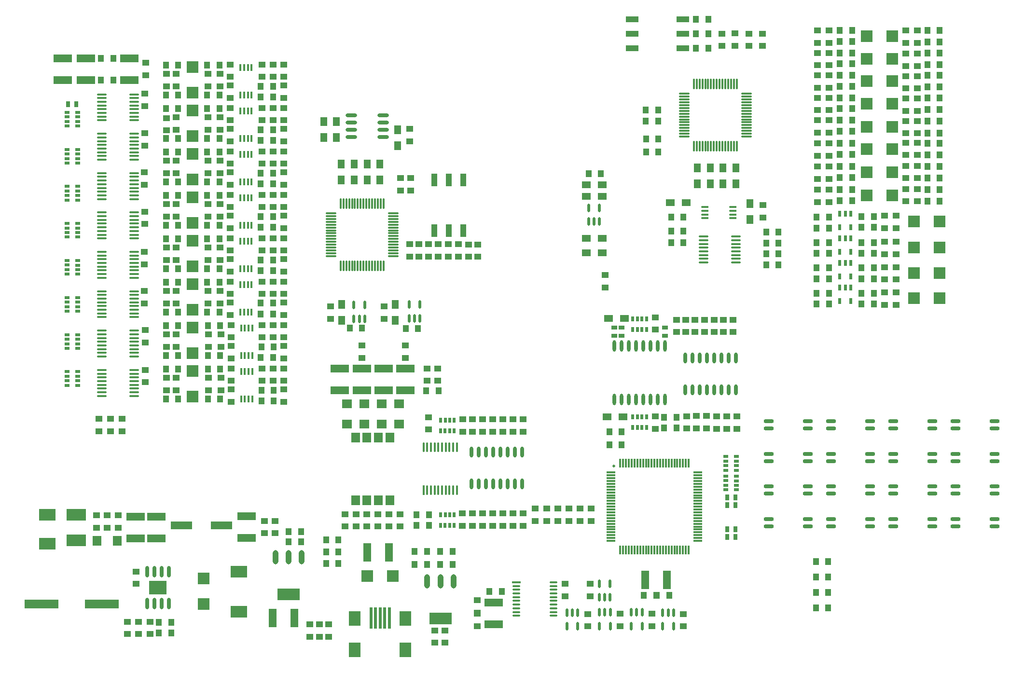
<source format=gtp>
G04 Layer_Color=8421504*
%FSLAX25Y25*%
%MOIN*%
G70*
G01*
G75*
%ADD18R,0.12992X0.05512*%
%ADD19R,0.05512X0.12992*%
%ADD20O,0.07087X0.02756*%
%ADD21R,0.11811X0.07874*%
%ADD22R,0.08661X0.04331*%
%ADD23R,0.04331X0.08661*%
%ADD24R,0.23622X0.06299*%
%ADD25R,0.14961X0.05512*%
%ADD26R,0.03200X0.02000*%
%ADD27R,0.02000X0.03200*%
%ADD28R,0.04000X0.05000*%
%ADD29R,0.06000X0.05000*%
%ADD30R,0.05000X0.04000*%
%ADD31O,0.01968X0.05905*%
%ADD32R,0.02756X0.03937*%
%ADD33R,0.07874X0.07874*%
%ADD34R,0.01968X0.03937*%
%ADD35R,0.03937X0.02756*%
%ADD36O,0.02400X0.07400*%
%ADD37O,0.02362X0.07874*%
%ADD38R,0.05000X0.06000*%
%ADD39O,0.06693X0.01378*%
%ADD40R,0.07874X0.07874*%
%ADD41O,0.05118X0.01575*%
%ADD42O,0.07480X0.01181*%
%ADD43O,0.01181X0.07480*%
%ADD44R,0.07087X0.06299*%
%ADD45R,0.11811X0.07874*%
%ADD46R,0.13780X0.07874*%
%ADD47R,0.06299X0.07087*%
%ADD48O,0.08000X0.02400*%
%ADD49O,0.02400X0.08000*%
%ADD50R,0.12205X0.09449*%
%ADD51R,0.01181X0.06800*%
%ADD52O,0.01181X0.06800*%
%ADD53O,0.03937X0.09842*%
%ADD54R,0.15748X0.07874*%
%ADD55R,0.05905X0.01181*%
%ADD56O,0.05905X0.01181*%
%ADD57C,0.02000*%
%ADD58R,0.01181X0.06299*%
%ADD59R,0.06299X0.01181*%
%ADD60R,0.07874X0.09842*%
%ADD61R,0.01968X0.15000*%
%ADD62O,0.01575X0.05118*%
%ADD63R,0.05905X0.06693*%
D18*
X200600Y498117D02*
D03*
Y483157D02*
D03*
X154600D02*
D03*
Y498117D02*
D03*
X170600D02*
D03*
Y483157D02*
D03*
X391500Y283799D02*
D03*
Y268839D02*
D03*
X361500Y283799D02*
D03*
Y268839D02*
D03*
X205000Y166520D02*
D03*
Y181480D02*
D03*
X281900Y181980D02*
D03*
Y167020D02*
D03*
X219500Y181480D02*
D03*
Y166520D02*
D03*
X376500Y268839D02*
D03*
Y283799D02*
D03*
X346000Y268839D02*
D03*
Y283799D02*
D03*
X452500Y122080D02*
D03*
Y107120D02*
D03*
D19*
X314780Y111500D02*
D03*
X299820D02*
D03*
X365220Y156750D02*
D03*
X380180D02*
D03*
X571980Y137900D02*
D03*
X557020D02*
D03*
D20*
X771350Y202450D02*
D03*
Y197450D02*
D03*
X798500Y202450D02*
D03*
Y197450D02*
D03*
X642350Y180050D02*
D03*
Y175050D02*
D03*
X669500Y180050D02*
D03*
Y175050D02*
D03*
X685350Y202450D02*
D03*
Y197450D02*
D03*
X712500Y202450D02*
D03*
Y197450D02*
D03*
Y219950D02*
D03*
Y224950D02*
D03*
X685350Y219950D02*
D03*
Y224950D02*
D03*
Y247450D02*
D03*
Y242450D02*
D03*
X712500Y247450D02*
D03*
Y242450D02*
D03*
X685350Y180050D02*
D03*
Y175050D02*
D03*
X712500Y180050D02*
D03*
Y175050D02*
D03*
X642350Y224950D02*
D03*
Y219950D02*
D03*
X669500Y224950D02*
D03*
Y219950D02*
D03*
Y242450D02*
D03*
Y247450D02*
D03*
X642350Y242450D02*
D03*
Y247450D02*
D03*
Y202450D02*
D03*
Y197450D02*
D03*
X669500Y202450D02*
D03*
Y197450D02*
D03*
X798500Y219950D02*
D03*
Y224950D02*
D03*
X771350Y219950D02*
D03*
Y224950D02*
D03*
X728350Y247450D02*
D03*
Y242450D02*
D03*
X755500Y247450D02*
D03*
Y242450D02*
D03*
X771350Y180050D02*
D03*
Y175050D02*
D03*
X798500Y180050D02*
D03*
Y175050D02*
D03*
X728350Y224950D02*
D03*
Y219950D02*
D03*
X755500Y224950D02*
D03*
Y219950D02*
D03*
X798500Y242450D02*
D03*
Y247450D02*
D03*
X771350Y242450D02*
D03*
Y247450D02*
D03*
X755500Y175050D02*
D03*
Y180050D02*
D03*
X728350Y175050D02*
D03*
Y180050D02*
D03*
X755500Y197450D02*
D03*
Y202450D02*
D03*
X728350Y197450D02*
D03*
Y202450D02*
D03*
D21*
X276400Y116000D02*
D03*
Y143559D02*
D03*
D22*
X583100Y525200D02*
D03*
Y515200D02*
D03*
Y505200D02*
D03*
X548100Y525200D02*
D03*
Y515200D02*
D03*
Y505200D02*
D03*
D23*
X411300Y414237D02*
D03*
X421300D02*
D03*
X431300D02*
D03*
X411300Y379237D02*
D03*
X421300D02*
D03*
X431300D02*
D03*
D24*
X140084Y121200D02*
D03*
X181916D02*
D03*
D25*
X236620Y175500D02*
D03*
X264380D02*
D03*
D26*
X612923Y200115D02*
D03*
X620223D02*
D03*
X612923Y203215D02*
D03*
X620223D02*
D03*
X612923Y206415D02*
D03*
X620223Y206315D02*
D03*
X612923Y209515D02*
D03*
X620223D02*
D03*
Y223115D02*
D03*
X612923D02*
D03*
X620223Y219915D02*
D03*
X612923Y220015D02*
D03*
X620223Y216815D02*
D03*
X612923D02*
D03*
X620223Y213715D02*
D03*
X612923D02*
D03*
X157923Y272352D02*
D03*
X165223D02*
D03*
X157923Y275452D02*
D03*
X165223D02*
D03*
X157923Y278652D02*
D03*
X165223Y278552D02*
D03*
X157923Y281752D02*
D03*
X165223D02*
D03*
Y307352D02*
D03*
X157923D02*
D03*
X165223Y304152D02*
D03*
X157923Y304252D02*
D03*
X165223Y301052D02*
D03*
X157923D02*
D03*
X165223Y297952D02*
D03*
X157923D02*
D03*
Y323552D02*
D03*
X165223D02*
D03*
X157923Y326652D02*
D03*
X165223D02*
D03*
X157923Y329852D02*
D03*
X165223Y329752D02*
D03*
X157923Y332952D02*
D03*
X165223D02*
D03*
Y358552D02*
D03*
X157923D02*
D03*
X165223Y355352D02*
D03*
X157923Y355452D02*
D03*
X165223Y352252D02*
D03*
X157923D02*
D03*
X165223Y349152D02*
D03*
X157923D02*
D03*
Y374752D02*
D03*
X165223D02*
D03*
X157923Y377852D02*
D03*
X165223D02*
D03*
X157923Y381052D02*
D03*
X165223Y380952D02*
D03*
X157923Y384152D02*
D03*
X165223D02*
D03*
Y409752D02*
D03*
X157923D02*
D03*
X165223Y406552D02*
D03*
X157923Y406652D02*
D03*
X165223Y403452D02*
D03*
X157923D02*
D03*
X165223Y400352D02*
D03*
X157923D02*
D03*
Y425952D02*
D03*
X165223D02*
D03*
X157923Y429052D02*
D03*
X165223D02*
D03*
X157923Y432252D02*
D03*
X165223Y432152D02*
D03*
X157923Y435352D02*
D03*
X165223D02*
D03*
Y460952D02*
D03*
X157923D02*
D03*
X165223Y457752D02*
D03*
X157923Y457852D02*
D03*
X165223Y454652D02*
D03*
X157923D02*
D03*
X165223Y451552D02*
D03*
X157923D02*
D03*
D27*
X557985Y243223D02*
D03*
Y250523D02*
D03*
X554885Y243223D02*
D03*
Y250523D02*
D03*
X551685Y243223D02*
D03*
X551785Y250523D02*
D03*
X548585Y243223D02*
D03*
Y250523D02*
D03*
X415785Y182923D02*
D03*
Y175623D02*
D03*
X418985Y182923D02*
D03*
X418885Y175623D02*
D03*
X422085Y182923D02*
D03*
Y175623D02*
D03*
X425185Y182923D02*
D03*
Y175623D02*
D03*
X557985Y311023D02*
D03*
Y318323D02*
D03*
X554885Y311023D02*
D03*
Y318323D02*
D03*
X551685Y311023D02*
D03*
X551785Y318323D02*
D03*
X548585Y311023D02*
D03*
Y318323D02*
D03*
X415785Y248123D02*
D03*
Y240823D02*
D03*
X418985Y248123D02*
D03*
X418885Y240823D02*
D03*
X422085Y248123D02*
D03*
Y240823D02*
D03*
X425185Y248123D02*
D03*
Y240823D02*
D03*
D28*
X575008Y370866D02*
D03*
X583508D02*
D03*
X583500Y379000D02*
D03*
X575000D02*
D03*
Y388583D02*
D03*
X583500D02*
D03*
X706500Y353500D02*
D03*
X715000D02*
D03*
X706500Y371000D02*
D03*
X715000D02*
D03*
X706500Y346000D02*
D03*
X715000D02*
D03*
X706500Y381500D02*
D03*
X715000D02*
D03*
X706500Y363500D02*
D03*
X715000D02*
D03*
X706500Y389000D02*
D03*
X715000D02*
D03*
Y328500D02*
D03*
X706500D02*
D03*
X715000Y336000D02*
D03*
X706500D02*
D03*
X752000Y509500D02*
D03*
X760500D02*
D03*
X752000Y407500D02*
D03*
X760500D02*
D03*
X752000Y399500D02*
D03*
X760500D02*
D03*
X752000Y423500D02*
D03*
X760500D02*
D03*
X752000Y415500D02*
D03*
X760500D02*
D03*
X752000Y439500D02*
D03*
X760500D02*
D03*
X752000Y431500D02*
D03*
X760500D02*
D03*
X752000Y455000D02*
D03*
X760500D02*
D03*
X752000Y446500D02*
D03*
X760500D02*
D03*
X752000Y471000D02*
D03*
X760500D02*
D03*
X752000Y463000D02*
D03*
X760500D02*
D03*
X752000Y486500D02*
D03*
X760500D02*
D03*
X752000Y478500D02*
D03*
X760500D02*
D03*
X752000Y502000D02*
D03*
X760500D02*
D03*
X752000Y494000D02*
D03*
X760500D02*
D03*
X700000Y407500D02*
D03*
X691500D02*
D03*
X700000Y400000D02*
D03*
X691500D02*
D03*
X700000Y423500D02*
D03*
X691500D02*
D03*
X700000Y416000D02*
D03*
X691500D02*
D03*
X700000Y439500D02*
D03*
X691500D02*
D03*
X700000Y432000D02*
D03*
X691500D02*
D03*
X700000Y455500D02*
D03*
X691500D02*
D03*
X700000Y448000D02*
D03*
X691500D02*
D03*
X700000Y471000D02*
D03*
X691500D02*
D03*
X700000Y463500D02*
D03*
X691500D02*
D03*
X700000Y502000D02*
D03*
X691500D02*
D03*
X700000Y510000D02*
D03*
X691500D02*
D03*
X700000Y517500D02*
D03*
X691500D02*
D03*
Y494500D02*
D03*
X700000D02*
D03*
X691500Y479000D02*
D03*
X700000D02*
D03*
X691500Y486500D02*
D03*
X700000D02*
D03*
X684000Y328500D02*
D03*
X675500D02*
D03*
X684000Y336000D02*
D03*
X675500D02*
D03*
X684000Y346000D02*
D03*
X675500D02*
D03*
X684000Y353500D02*
D03*
X675500D02*
D03*
X684000Y363500D02*
D03*
X675500D02*
D03*
X684000Y371000D02*
D03*
X675500D02*
D03*
X684000Y381000D02*
D03*
X675500D02*
D03*
X684000Y388500D02*
D03*
X675500D02*
D03*
X752000Y517500D02*
D03*
X760500D02*
D03*
X640743Y355724D02*
D03*
X649243D02*
D03*
X640743Y363224D02*
D03*
X649243D02*
D03*
X640743Y370724D02*
D03*
X649243D02*
D03*
X640743Y378224D02*
D03*
X649243D02*
D03*
X557600Y433581D02*
D03*
X566100D02*
D03*
X557600Y442540D02*
D03*
X566100D02*
D03*
X557500Y455000D02*
D03*
X566000D02*
D03*
X557500Y462650D02*
D03*
X566000D02*
D03*
X291500Y479037D02*
D03*
X300000D02*
D03*
X291500Y471437D02*
D03*
X300000D02*
D03*
X263000Y472937D02*
D03*
X254500D02*
D03*
X263000Y493437D02*
D03*
X254500D02*
D03*
X234500Y472937D02*
D03*
X226000D02*
D03*
X234500Y493437D02*
D03*
X226000D02*
D03*
X540800Y231301D02*
D03*
X532300D02*
D03*
X540800Y240400D02*
D03*
X532300D02*
D03*
X600600Y525200D02*
D03*
X592100D02*
D03*
X600600Y515200D02*
D03*
X592100D02*
D03*
X600600Y505200D02*
D03*
X592100D02*
D03*
X407700Y182800D02*
D03*
X399200D02*
D03*
X221177Y108600D02*
D03*
X229677D02*
D03*
X221177Y101100D02*
D03*
X229677D02*
D03*
X319400Y164100D02*
D03*
X310900D02*
D03*
X319400Y171100D02*
D03*
X310900D02*
D03*
X405800Y268500D02*
D03*
X414300D02*
D03*
X400224Y311518D02*
D03*
X391724D02*
D03*
X361437Y311900D02*
D03*
X352937D02*
D03*
X406400Y148600D02*
D03*
X397901D02*
D03*
X406400Y157500D02*
D03*
X397901D02*
D03*
X415500Y148600D02*
D03*
X424001D02*
D03*
X415500Y157500D02*
D03*
X424001D02*
D03*
X570200Y250400D02*
D03*
X578700D02*
D03*
X573600Y127200D02*
D03*
X565100D02*
D03*
X556200D02*
D03*
X564700D02*
D03*
X449500Y129800D02*
D03*
X458000D02*
D03*
X570200Y242800D02*
D03*
X578700D02*
D03*
X336700Y149200D02*
D03*
X345200D02*
D03*
X336700Y157350D02*
D03*
X345200D02*
D03*
X336700Y165500D02*
D03*
X345200D02*
D03*
X399200Y175600D02*
D03*
X407700D02*
D03*
X683500Y129167D02*
D03*
X675000D02*
D03*
X683500Y139833D02*
D03*
X675000D02*
D03*
X683500Y118500D02*
D03*
X675000D02*
D03*
X683500Y150500D02*
D03*
X675000D02*
D03*
X234500Y442937D02*
D03*
X226000D02*
D03*
X234500Y412937D02*
D03*
X226000D02*
D03*
X234500Y382937D02*
D03*
X226000D02*
D03*
X234500Y352937D02*
D03*
X226000D02*
D03*
X234500Y322937D02*
D03*
X226000D02*
D03*
X234500Y292937D02*
D03*
X226000D02*
D03*
X234500Y463437D02*
D03*
X226000D02*
D03*
X234500Y433437D02*
D03*
X226000D02*
D03*
X234500Y403437D02*
D03*
X226000D02*
D03*
X234500Y373437D02*
D03*
X226000D02*
D03*
X234500Y343437D02*
D03*
X226000D02*
D03*
X234500Y313437D02*
D03*
X226000D02*
D03*
X234500Y262937D02*
D03*
X226000D02*
D03*
X234500Y283437D02*
D03*
X226000D02*
D03*
X263000Y442937D02*
D03*
X254500D02*
D03*
X263000Y412937D02*
D03*
X254500D02*
D03*
X263000Y382937D02*
D03*
X254500D02*
D03*
X263000Y352937D02*
D03*
X254500D02*
D03*
X263000Y322937D02*
D03*
X254500D02*
D03*
X263000Y463437D02*
D03*
X254500D02*
D03*
X263000Y433437D02*
D03*
X254500D02*
D03*
X263000Y403437D02*
D03*
X254500D02*
D03*
X263000Y373437D02*
D03*
X254500D02*
D03*
X263000Y343437D02*
D03*
X254500D02*
D03*
X263500Y283437D02*
D03*
X255000D02*
D03*
X263500Y262937D02*
D03*
X255000D02*
D03*
X263500Y313437D02*
D03*
X255000D02*
D03*
X263500Y292937D02*
D03*
X255000D02*
D03*
X291500Y291437D02*
D03*
X300000D02*
D03*
X291500Y321437D02*
D03*
X300000D02*
D03*
X291500Y351437D02*
D03*
X300000D02*
D03*
X291500Y381437D02*
D03*
X300000D02*
D03*
X291500Y411437D02*
D03*
X300000D02*
D03*
X291500Y441437D02*
D03*
X300000D02*
D03*
X291500Y449037D02*
D03*
X300000D02*
D03*
X291500Y419037D02*
D03*
X300000D02*
D03*
X291500Y389037D02*
D03*
X300000D02*
D03*
X291500Y359037D02*
D03*
X300000D02*
D03*
X291500Y329137D02*
D03*
X300000D02*
D03*
X292000Y269037D02*
D03*
X300500D02*
D03*
X292000Y299037D02*
D03*
X300500D02*
D03*
X292000Y261437D02*
D03*
X300500D02*
D03*
X181100Y498137D02*
D03*
X189600D02*
D03*
X181100Y483137D02*
D03*
X189600D02*
D03*
X526500Y418500D02*
D03*
X518000D02*
D03*
D29*
X585465Y398425D02*
D03*
X574465D02*
D03*
X542800Y318500D02*
D03*
X531800D02*
D03*
X527500Y364000D02*
D03*
X516500D02*
D03*
X541700Y250500D02*
D03*
X530700D02*
D03*
X527500Y374000D02*
D03*
X516500D02*
D03*
X527500Y411000D02*
D03*
X516500D02*
D03*
Y403000D02*
D03*
X527500D02*
D03*
D30*
X620562Y242400D02*
D03*
Y250900D02*
D03*
X613562Y242400D02*
D03*
Y250900D02*
D03*
X606562Y242400D02*
D03*
Y250900D02*
D03*
X599562Y242600D02*
D03*
Y251100D02*
D03*
X592520Y242600D02*
D03*
Y251100D02*
D03*
X585600Y242500D02*
D03*
Y251000D02*
D03*
X519900Y178600D02*
D03*
Y187100D02*
D03*
X512160Y178600D02*
D03*
Y187100D02*
D03*
X504420Y178600D02*
D03*
Y187100D02*
D03*
X496680Y178600D02*
D03*
Y187100D02*
D03*
X488940Y178600D02*
D03*
Y187100D02*
D03*
X481200Y178600D02*
D03*
Y187100D02*
D03*
X472900Y183900D02*
D03*
Y175400D02*
D03*
X458900Y183900D02*
D03*
Y175400D02*
D03*
X451900Y183900D02*
D03*
Y175400D02*
D03*
X444900Y183900D02*
D03*
Y175400D02*
D03*
X437900Y183900D02*
D03*
Y175400D02*
D03*
X519200Y135100D02*
D03*
Y126600D02*
D03*
X583385Y105786D02*
D03*
Y114286D02*
D03*
X561733Y105985D02*
D03*
Y114486D02*
D03*
X539866Y105985D02*
D03*
Y114486D02*
D03*
X517300Y105886D02*
D03*
Y114385D02*
D03*
X745000Y517500D02*
D03*
Y509000D02*
D03*
Y486000D02*
D03*
Y477500D02*
D03*
Y501500D02*
D03*
Y493000D02*
D03*
X722500Y336500D02*
D03*
Y328000D02*
D03*
Y354000D02*
D03*
Y345500D02*
D03*
Y371500D02*
D03*
Y363000D02*
D03*
Y389500D02*
D03*
Y381000D02*
D03*
X730500Y336500D02*
D03*
Y328000D02*
D03*
Y354000D02*
D03*
Y345500D02*
D03*
Y371500D02*
D03*
Y363000D02*
D03*
Y389500D02*
D03*
Y381000D02*
D03*
X676000Y517500D02*
D03*
Y509000D02*
D03*
Y462500D02*
D03*
Y471000D02*
D03*
X684000Y399000D02*
D03*
Y407500D02*
D03*
Y447000D02*
D03*
Y455500D02*
D03*
Y462500D02*
D03*
Y471000D02*
D03*
Y493500D02*
D03*
Y502000D02*
D03*
Y423500D02*
D03*
Y415000D02*
D03*
Y439500D02*
D03*
Y431000D02*
D03*
Y486500D02*
D03*
Y478000D02*
D03*
X745000Y399500D02*
D03*
Y408000D02*
D03*
Y415500D02*
D03*
Y424000D02*
D03*
Y431500D02*
D03*
Y440000D02*
D03*
Y446500D02*
D03*
Y455000D02*
D03*
Y462000D02*
D03*
Y470500D02*
D03*
X737000Y509000D02*
D03*
Y517500D02*
D03*
Y399500D02*
D03*
Y408000D02*
D03*
Y415500D02*
D03*
Y424000D02*
D03*
Y431500D02*
D03*
Y440000D02*
D03*
Y446500D02*
D03*
Y455000D02*
D03*
Y462000D02*
D03*
Y470500D02*
D03*
Y477500D02*
D03*
Y486000D02*
D03*
X676000Y423500D02*
D03*
Y415000D02*
D03*
Y439500D02*
D03*
Y431000D02*
D03*
Y455500D02*
D03*
Y447000D02*
D03*
Y399000D02*
D03*
Y407500D02*
D03*
Y478000D02*
D03*
Y486500D02*
D03*
Y493500D02*
D03*
Y502000D02*
D03*
X737000Y493000D02*
D03*
Y501500D02*
D03*
X617600Y309200D02*
D03*
Y317700D02*
D03*
X611100Y309200D02*
D03*
Y317700D02*
D03*
X604600Y309200D02*
D03*
Y317700D02*
D03*
X598100Y309200D02*
D03*
Y317700D02*
D03*
X591500Y309200D02*
D03*
Y317700D02*
D03*
X585062Y309200D02*
D03*
Y317700D02*
D03*
X578600Y309200D02*
D03*
Y317700D02*
D03*
X529280Y348507D02*
D03*
Y340007D02*
D03*
X638583Y388351D02*
D03*
Y396851D02*
D03*
X300000Y485437D02*
D03*
Y493937D02*
D03*
X270500Y470937D02*
D03*
Y479437D02*
D03*
X307500D02*
D03*
Y470937D02*
D03*
X292500Y493937D02*
D03*
Y485437D02*
D03*
X307500D02*
D03*
Y493937D02*
D03*
X270500Y485437D02*
D03*
Y493937D02*
D03*
X255000Y487437D02*
D03*
Y478937D02*
D03*
X263500Y487437D02*
D03*
Y478937D02*
D03*
X233000Y487437D02*
D03*
Y478937D02*
D03*
X226500Y487437D02*
D03*
Y478937D02*
D03*
X361500Y299757D02*
D03*
Y291257D02*
D03*
X465900Y183900D02*
D03*
Y175400D02*
D03*
X394576Y440917D02*
D03*
Y449417D02*
D03*
X349760Y183352D02*
D03*
Y174852D02*
D03*
X364920D02*
D03*
Y183352D02*
D03*
X387660D02*
D03*
Y174852D02*
D03*
X178000Y174000D02*
D03*
Y182500D02*
D03*
X193000D02*
D03*
Y174000D02*
D03*
X185500Y182500D02*
D03*
Y174000D02*
D03*
X294200Y178600D02*
D03*
Y170100D02*
D03*
X301300Y178600D02*
D03*
Y170100D02*
D03*
X684000Y517500D02*
D03*
Y509000D02*
D03*
X380080Y183352D02*
D03*
Y174852D02*
D03*
X406300Y275500D02*
D03*
Y284000D02*
D03*
X431000Y248800D02*
D03*
Y240300D02*
D03*
X357340Y183352D02*
D03*
Y174852D02*
D03*
X199592Y100500D02*
D03*
Y109000D02*
D03*
X205500Y143700D02*
D03*
Y135200D02*
D03*
X206988Y108992D02*
D03*
Y100492D02*
D03*
X215059Y108992D02*
D03*
Y100492D02*
D03*
X338500Y98700D02*
D03*
Y107200D02*
D03*
X325500Y98700D02*
D03*
Y107200D02*
D03*
X332000Y98700D02*
D03*
Y107200D02*
D03*
X372500Y183352D02*
D03*
Y174852D02*
D03*
X376650Y326899D02*
D03*
Y318399D02*
D03*
X407300Y241800D02*
D03*
Y250300D02*
D03*
X339612Y326798D02*
D03*
Y318298D02*
D03*
X400920Y369737D02*
D03*
Y361237D02*
D03*
X407439Y369737D02*
D03*
Y361237D02*
D03*
X411800Y103000D02*
D03*
Y94500D02*
D03*
X418800D02*
D03*
Y103000D02*
D03*
X501900Y126600D02*
D03*
Y135100D02*
D03*
X441100Y115300D02*
D03*
Y123800D02*
D03*
Y114500D02*
D03*
Y106000D02*
D03*
X564100Y250900D02*
D03*
Y242400D02*
D03*
X430700Y175400D02*
D03*
Y183900D02*
D03*
X564000Y319300D02*
D03*
Y310800D02*
D03*
X212100Y495137D02*
D03*
Y486637D02*
D03*
X211313Y473737D02*
D03*
Y465237D02*
D03*
Y446537D02*
D03*
Y438037D02*
D03*
X211213Y419437D02*
D03*
Y410937D02*
D03*
X211313Y392337D02*
D03*
Y383837D02*
D03*
X211213Y364437D02*
D03*
Y355937D02*
D03*
Y337437D02*
D03*
Y328937D02*
D03*
X211713Y310437D02*
D03*
Y301937D02*
D03*
Y282937D02*
D03*
Y274437D02*
D03*
X226500Y456937D02*
D03*
Y448437D02*
D03*
Y427437D02*
D03*
Y418937D02*
D03*
Y397437D02*
D03*
Y388937D02*
D03*
Y367437D02*
D03*
Y358937D02*
D03*
Y337437D02*
D03*
Y328937D02*
D03*
Y307437D02*
D03*
Y298937D02*
D03*
Y277437D02*
D03*
Y268937D02*
D03*
X233000Y337437D02*
D03*
Y328937D02*
D03*
Y367437D02*
D03*
Y358937D02*
D03*
Y397437D02*
D03*
Y388937D02*
D03*
Y427437D02*
D03*
Y418937D02*
D03*
Y457437D02*
D03*
Y448937D02*
D03*
Y277437D02*
D03*
Y268937D02*
D03*
Y307437D02*
D03*
Y298937D02*
D03*
X255000Y457437D02*
D03*
Y448937D02*
D03*
Y427437D02*
D03*
Y418937D02*
D03*
Y397437D02*
D03*
Y388937D02*
D03*
Y367437D02*
D03*
Y358937D02*
D03*
Y337437D02*
D03*
Y328937D02*
D03*
X255500Y277437D02*
D03*
Y268937D02*
D03*
Y307437D02*
D03*
Y298937D02*
D03*
X263500Y337437D02*
D03*
Y328937D02*
D03*
Y367437D02*
D03*
Y358937D02*
D03*
Y397437D02*
D03*
Y388937D02*
D03*
Y427437D02*
D03*
Y418937D02*
D03*
Y457437D02*
D03*
Y448937D02*
D03*
X270500Y440937D02*
D03*
Y449437D02*
D03*
Y410937D02*
D03*
Y419437D02*
D03*
Y380937D02*
D03*
Y389437D02*
D03*
Y350937D02*
D03*
Y359437D02*
D03*
Y320937D02*
D03*
Y329437D02*
D03*
Y455437D02*
D03*
Y463937D02*
D03*
Y425437D02*
D03*
Y433937D02*
D03*
Y395437D02*
D03*
Y403937D02*
D03*
Y365437D02*
D03*
Y373937D02*
D03*
Y335437D02*
D03*
Y343937D02*
D03*
X307500Y455437D02*
D03*
Y463937D02*
D03*
Y425437D02*
D03*
Y433937D02*
D03*
Y395437D02*
D03*
Y403937D02*
D03*
Y365437D02*
D03*
Y373937D02*
D03*
Y335437D02*
D03*
Y343937D02*
D03*
Y305437D02*
D03*
Y313937D02*
D03*
Y449437D02*
D03*
Y440937D02*
D03*
Y419437D02*
D03*
Y410937D02*
D03*
Y389437D02*
D03*
Y380937D02*
D03*
Y359437D02*
D03*
Y350937D02*
D03*
Y329437D02*
D03*
Y320937D02*
D03*
Y299437D02*
D03*
Y290937D02*
D03*
Y275437D02*
D03*
Y283937D02*
D03*
Y269437D02*
D03*
Y260937D02*
D03*
X300000Y455437D02*
D03*
Y463937D02*
D03*
Y425437D02*
D03*
Y433937D02*
D03*
Y395437D02*
D03*
Y403937D02*
D03*
Y365437D02*
D03*
Y373937D02*
D03*
Y335437D02*
D03*
Y343937D02*
D03*
Y305437D02*
D03*
Y313937D02*
D03*
Y275437D02*
D03*
Y283937D02*
D03*
X292500Y463937D02*
D03*
Y455437D02*
D03*
Y433937D02*
D03*
Y425437D02*
D03*
Y403937D02*
D03*
Y395437D02*
D03*
Y373937D02*
D03*
Y365437D02*
D03*
Y343937D02*
D03*
Y335437D02*
D03*
Y313937D02*
D03*
Y305437D02*
D03*
Y283937D02*
D03*
Y275437D02*
D03*
X271000D02*
D03*
Y283937D02*
D03*
Y260937D02*
D03*
Y269437D02*
D03*
Y305437D02*
D03*
Y313937D02*
D03*
Y290937D02*
D03*
Y299437D02*
D03*
X264000Y277437D02*
D03*
Y268937D02*
D03*
Y307437D02*
D03*
Y298937D02*
D03*
X388200Y415437D02*
D03*
Y406937D02*
D03*
X395200Y415437D02*
D03*
Y406937D02*
D03*
X414200Y369763D02*
D03*
Y361263D02*
D03*
X421200Y369763D02*
D03*
Y361263D02*
D03*
X428200Y369763D02*
D03*
Y361263D02*
D03*
X435000Y361174D02*
D03*
Y369674D02*
D03*
X441500Y361174D02*
D03*
Y369674D02*
D03*
X394400Y361237D02*
D03*
Y369737D02*
D03*
X391500Y299757D02*
D03*
Y291257D02*
D03*
X413800Y275500D02*
D03*
Y284000D02*
D03*
X437900Y248800D02*
D03*
Y240300D02*
D03*
X444900Y248800D02*
D03*
Y240300D02*
D03*
X451900Y248800D02*
D03*
Y240300D02*
D03*
X458900Y248800D02*
D03*
Y240300D02*
D03*
X472900Y248800D02*
D03*
Y240300D02*
D03*
X465900Y248800D02*
D03*
Y240300D02*
D03*
X179900Y240600D02*
D03*
Y249100D02*
D03*
X187900D02*
D03*
Y240600D02*
D03*
X195900D02*
D03*
Y249100D02*
D03*
X628667Y506900D02*
D03*
Y515400D02*
D03*
X638000Y506900D02*
D03*
Y515400D02*
D03*
X610000Y506900D02*
D03*
Y515400D02*
D03*
X619000Y515500D02*
D03*
Y507000D02*
D03*
D31*
X525400Y125832D02*
D03*
X532881D02*
D03*
X525400Y135281D02*
D03*
X532881D02*
D03*
X529141Y125832D02*
D03*
X576726Y115213D02*
D03*
X569246D02*
D03*
X576726Y105764D02*
D03*
X569246D02*
D03*
X572986Y115213D02*
D03*
X554941Y115413D02*
D03*
X547460D02*
D03*
X554941Y105964D02*
D03*
X547460D02*
D03*
X551200Y115413D02*
D03*
X532940D02*
D03*
X525460D02*
D03*
X532940Y105964D02*
D03*
X525460D02*
D03*
X529200Y115413D02*
D03*
X510540Y115313D02*
D03*
X503060D02*
D03*
X510540Y105864D02*
D03*
X503060D02*
D03*
X506800Y115313D02*
D03*
X394068Y318698D02*
D03*
X401548D02*
D03*
X394068Y328147D02*
D03*
X401548D02*
D03*
X397808Y318698D02*
D03*
X355868Y318298D02*
D03*
X363348D02*
D03*
X355868Y327747D02*
D03*
X363348D02*
D03*
X359608Y318298D02*
D03*
X518000Y385500D02*
D03*
X525480D02*
D03*
X518000Y394949D02*
D03*
X525480D02*
D03*
X521740Y385500D02*
D03*
D32*
X613817Y167500D02*
D03*
X619329D02*
D03*
X613817Y173000D02*
D03*
X619329D02*
D03*
X158488Y466437D02*
D03*
X164000D02*
D03*
X613817Y195000D02*
D03*
X619329D02*
D03*
X613817Y189600D02*
D03*
X619329D02*
D03*
D33*
X742642Y332500D02*
D03*
X760358D02*
D03*
X742642Y350000D02*
D03*
X760358D02*
D03*
X742642Y385500D02*
D03*
X760358D02*
D03*
X742642Y367500D02*
D03*
X760358D02*
D03*
X710142Y403500D02*
D03*
X727858D02*
D03*
X710142Y419500D02*
D03*
X727858D02*
D03*
X710142Y435500D02*
D03*
X727858D02*
D03*
X710142Y451000D02*
D03*
X727858D02*
D03*
X710142Y467000D02*
D03*
X727858D02*
D03*
X710142Y498000D02*
D03*
X727858D02*
D03*
X382658Y140650D02*
D03*
X364942D02*
D03*
X710142Y513500D02*
D03*
X727858D02*
D03*
X710142Y482500D02*
D03*
X727858D02*
D03*
D34*
X691520Y330551D02*
D03*
X699000D02*
D03*
X695260Y340000D02*
D03*
X699000D02*
D03*
X691520D02*
D03*
Y347551D02*
D03*
X699000D02*
D03*
X695260Y357000D02*
D03*
X699000D02*
D03*
X691520D02*
D03*
Y364551D02*
D03*
X699000D02*
D03*
X695260Y374000D02*
D03*
X699000D02*
D03*
X691520D02*
D03*
Y391000D02*
D03*
X699000D02*
D03*
X695260D02*
D03*
X699000Y381551D02*
D03*
X691520D02*
D03*
D35*
X570800Y306688D02*
D03*
Y312200D02*
D03*
X540800D02*
D03*
Y306688D02*
D03*
X535800Y312200D02*
D03*
Y306688D02*
D03*
D36*
X584862Y269300D02*
D03*
X589862D02*
D03*
X594862D02*
D03*
X599862D02*
D03*
X604862D02*
D03*
X609862D02*
D03*
X614862D02*
D03*
X619862D02*
D03*
Y291300D02*
D03*
X614862D02*
D03*
X609862D02*
D03*
X604862D02*
D03*
X599862D02*
D03*
X594862D02*
D03*
X589862D02*
D03*
X584862D02*
D03*
X437200Y204100D02*
D03*
X442200D02*
D03*
X447200D02*
D03*
X452200D02*
D03*
X457200D02*
D03*
X462200D02*
D03*
X467200D02*
D03*
X472200D02*
D03*
Y226100D02*
D03*
X467200D02*
D03*
X462200D02*
D03*
X457200D02*
D03*
X452200D02*
D03*
X447200D02*
D03*
X442200D02*
D03*
X437200D02*
D03*
D37*
X535800Y262496D02*
D03*
X540800D02*
D03*
X545800D02*
D03*
X550800D02*
D03*
X555800D02*
D03*
X560800D02*
D03*
X565800D02*
D03*
X570800D02*
D03*
X535800Y299504D02*
D03*
X540800D02*
D03*
X545800D02*
D03*
X550800D02*
D03*
X555800D02*
D03*
X560800D02*
D03*
X565800D02*
D03*
X570800D02*
D03*
D38*
X629528Y398021D02*
D03*
Y387020D02*
D03*
X619800Y411700D02*
D03*
Y422700D02*
D03*
X610900D02*
D03*
Y411700D02*
D03*
X602000D02*
D03*
Y422700D02*
D03*
X593100Y411700D02*
D03*
Y422700D02*
D03*
X343676Y454517D02*
D03*
Y443517D02*
D03*
X386200Y448937D02*
D03*
Y437937D02*
D03*
X384437Y328399D02*
D03*
Y317399D02*
D03*
X347399Y328298D02*
D03*
Y317298D02*
D03*
X335176Y443517D02*
D03*
Y454517D02*
D03*
X347200Y425337D02*
D03*
Y414337D02*
D03*
X356100D02*
D03*
Y425337D02*
D03*
X365100D02*
D03*
Y414337D02*
D03*
X373900Y425337D02*
D03*
Y414337D02*
D03*
D39*
X597366Y375181D02*
D03*
Y372622D02*
D03*
Y370063D02*
D03*
Y367504D02*
D03*
Y364945D02*
D03*
Y362386D02*
D03*
Y359827D02*
D03*
Y357268D02*
D03*
X619807Y375181D02*
D03*
Y372622D02*
D03*
Y370063D02*
D03*
Y367504D02*
D03*
Y364945D02*
D03*
Y362386D02*
D03*
Y359827D02*
D03*
Y357268D02*
D03*
X181780Y282894D02*
D03*
Y280335D02*
D03*
Y277776D02*
D03*
Y275217D02*
D03*
Y272657D02*
D03*
Y270098D02*
D03*
Y267539D02*
D03*
Y264980D02*
D03*
X204221Y282894D02*
D03*
Y280335D02*
D03*
Y277776D02*
D03*
Y275217D02*
D03*
Y272657D02*
D03*
Y270098D02*
D03*
Y267539D02*
D03*
Y264980D02*
D03*
X181780Y364536D02*
D03*
Y361978D02*
D03*
Y359418D02*
D03*
Y356859D02*
D03*
Y354300D02*
D03*
Y351741D02*
D03*
Y349182D02*
D03*
Y346623D02*
D03*
X204221Y364536D02*
D03*
Y361978D02*
D03*
Y359418D02*
D03*
Y356859D02*
D03*
Y354300D02*
D03*
Y351741D02*
D03*
Y349182D02*
D03*
Y346623D02*
D03*
X181780Y473394D02*
D03*
Y470835D02*
D03*
Y468276D02*
D03*
Y465717D02*
D03*
Y463157D02*
D03*
Y460598D02*
D03*
Y458039D02*
D03*
Y455480D02*
D03*
X204221Y473394D02*
D03*
Y470835D02*
D03*
Y468276D02*
D03*
Y465717D02*
D03*
Y463157D02*
D03*
Y460598D02*
D03*
Y458039D02*
D03*
Y455480D02*
D03*
X181780Y446179D02*
D03*
Y443620D02*
D03*
Y441061D02*
D03*
Y438502D02*
D03*
Y435943D02*
D03*
Y433384D02*
D03*
Y430825D02*
D03*
Y428266D02*
D03*
X204221Y446179D02*
D03*
Y443620D02*
D03*
Y441061D02*
D03*
Y438502D02*
D03*
Y435943D02*
D03*
Y433384D02*
D03*
Y430825D02*
D03*
Y428266D02*
D03*
X181780Y418965D02*
D03*
Y416406D02*
D03*
Y413847D02*
D03*
Y411288D02*
D03*
Y408729D02*
D03*
Y406170D02*
D03*
Y403611D02*
D03*
Y401052D02*
D03*
X204221Y418965D02*
D03*
Y416406D02*
D03*
Y413847D02*
D03*
Y411288D02*
D03*
Y408729D02*
D03*
Y406170D02*
D03*
Y403611D02*
D03*
Y401052D02*
D03*
X181780Y391751D02*
D03*
Y389192D02*
D03*
Y386633D02*
D03*
Y384074D02*
D03*
Y381515D02*
D03*
Y378956D02*
D03*
Y376396D02*
D03*
Y373837D02*
D03*
X204221Y391751D02*
D03*
Y389192D02*
D03*
Y386633D02*
D03*
Y384074D02*
D03*
Y381515D02*
D03*
Y378956D02*
D03*
Y376396D02*
D03*
Y373837D02*
D03*
X181780Y337322D02*
D03*
Y334763D02*
D03*
Y332204D02*
D03*
Y329645D02*
D03*
Y327086D02*
D03*
Y324527D02*
D03*
Y321968D02*
D03*
Y319409D02*
D03*
X204221Y337322D02*
D03*
Y334763D02*
D03*
Y332204D02*
D03*
Y329645D02*
D03*
Y327086D02*
D03*
Y324527D02*
D03*
Y321968D02*
D03*
Y319409D02*
D03*
X181780Y310108D02*
D03*
Y307549D02*
D03*
Y304990D02*
D03*
Y302431D02*
D03*
Y299872D02*
D03*
Y297313D02*
D03*
Y294754D02*
D03*
Y292195D02*
D03*
X204221Y310108D02*
D03*
Y307549D02*
D03*
Y304990D02*
D03*
Y302431D02*
D03*
Y299872D02*
D03*
Y297313D02*
D03*
Y294754D02*
D03*
Y292195D02*
D03*
D40*
X244500Y492295D02*
D03*
Y474579D02*
D03*
X252100Y121142D02*
D03*
Y138858D02*
D03*
X244500Y282295D02*
D03*
Y264579D02*
D03*
Y312295D02*
D03*
Y294579D02*
D03*
Y342295D02*
D03*
Y324579D02*
D03*
Y372295D02*
D03*
Y354579D02*
D03*
Y402295D02*
D03*
Y384579D02*
D03*
Y432295D02*
D03*
Y414579D02*
D03*
Y462295D02*
D03*
Y444579D02*
D03*
D41*
X598517Y395495D02*
D03*
Y392929D02*
D03*
Y390362D02*
D03*
Y387795D02*
D03*
X617717Y395495D02*
D03*
Y390362D02*
D03*
Y387795D02*
D03*
Y392929D02*
D03*
D42*
X626957Y473764D02*
D03*
Y471795D02*
D03*
Y469827D02*
D03*
Y467858D02*
D03*
Y465890D02*
D03*
Y463921D02*
D03*
Y461953D02*
D03*
Y459984D02*
D03*
Y458016D02*
D03*
Y456047D02*
D03*
Y454079D02*
D03*
Y452110D02*
D03*
Y450142D02*
D03*
Y448173D02*
D03*
Y446205D02*
D03*
Y444236D02*
D03*
X584043D02*
D03*
Y446205D02*
D03*
Y448173D02*
D03*
Y450142D02*
D03*
Y452110D02*
D03*
Y454079D02*
D03*
Y456047D02*
D03*
Y458016D02*
D03*
Y459984D02*
D03*
Y461953D02*
D03*
Y463921D02*
D03*
Y465890D02*
D03*
Y467858D02*
D03*
Y469827D02*
D03*
Y471795D02*
D03*
Y473764D02*
D03*
X340043Y361673D02*
D03*
Y363642D02*
D03*
Y365610D02*
D03*
Y367579D02*
D03*
Y369547D02*
D03*
Y371516D02*
D03*
Y373484D02*
D03*
Y375453D02*
D03*
Y377421D02*
D03*
Y379390D02*
D03*
Y381358D02*
D03*
Y383327D02*
D03*
Y385295D02*
D03*
Y387264D02*
D03*
Y389232D02*
D03*
Y391201D02*
D03*
X382957D02*
D03*
Y389232D02*
D03*
Y387264D02*
D03*
Y385295D02*
D03*
Y383327D02*
D03*
Y381358D02*
D03*
Y379390D02*
D03*
Y377421D02*
D03*
Y375453D02*
D03*
Y373484D02*
D03*
Y371516D02*
D03*
Y369547D02*
D03*
Y367579D02*
D03*
Y365610D02*
D03*
Y363642D02*
D03*
Y361673D02*
D03*
D43*
X620264Y437543D02*
D03*
X618295D02*
D03*
X616327D02*
D03*
X614358D02*
D03*
X612390D02*
D03*
X610421D02*
D03*
X608453D02*
D03*
X606484D02*
D03*
X604516D02*
D03*
X602547D02*
D03*
X600579D02*
D03*
X598610D02*
D03*
X596642D02*
D03*
X594673D02*
D03*
X592705D02*
D03*
X590736D02*
D03*
Y480457D02*
D03*
X592705D02*
D03*
X594673D02*
D03*
X596642D02*
D03*
X598610D02*
D03*
X600579D02*
D03*
X602547D02*
D03*
X604516D02*
D03*
X606484D02*
D03*
X608453D02*
D03*
X610421D02*
D03*
X612390D02*
D03*
X614358D02*
D03*
X616327D02*
D03*
X618295D02*
D03*
X620264D02*
D03*
X346736Y397894D02*
D03*
X348705D02*
D03*
X350673D02*
D03*
X352642D02*
D03*
X354610D02*
D03*
X356579D02*
D03*
X358547D02*
D03*
X360516D02*
D03*
X362484D02*
D03*
X364453D02*
D03*
X366421D02*
D03*
X368390D02*
D03*
X370358D02*
D03*
X372327D02*
D03*
X374295D02*
D03*
X376264D02*
D03*
Y354980D02*
D03*
X374295D02*
D03*
X372327D02*
D03*
X370358D02*
D03*
X368390D02*
D03*
X366421D02*
D03*
X364453D02*
D03*
X362484D02*
D03*
X360516D02*
D03*
X358547D02*
D03*
X356579D02*
D03*
X354610D02*
D03*
X352642D02*
D03*
X350673D02*
D03*
X348705D02*
D03*
X346736D02*
D03*
D44*
X363000Y259500D02*
D03*
Y245500D02*
D03*
X351000Y259500D02*
D03*
Y245500D02*
D03*
X375000D02*
D03*
Y259500D02*
D03*
X387000Y245500D02*
D03*
Y259500D02*
D03*
D45*
X144000Y183000D02*
D03*
Y163000D02*
D03*
D46*
X164000Y182858D02*
D03*
Y165142D02*
D03*
D47*
X178500Y165000D02*
D03*
X192500D02*
D03*
D48*
X354176Y448917D02*
D03*
Y458917D02*
D03*
Y453917D02*
D03*
Y443917D02*
D03*
X376176Y458917D02*
D03*
Y453917D02*
D03*
Y448917D02*
D03*
Y443917D02*
D03*
D49*
X213000Y121700D02*
D03*
X218000D02*
D03*
X223000D02*
D03*
X228000D02*
D03*
X213000Y143700D02*
D03*
X223000D02*
D03*
X228000D02*
D03*
X218000D02*
D03*
D50*
X220526Y132673D02*
D03*
D51*
X404000Y200000D02*
D03*
D52*
X406559D02*
D03*
X409118D02*
D03*
X411677D02*
D03*
X414236D02*
D03*
X416795D02*
D03*
X419354D02*
D03*
X421913D02*
D03*
X424473D02*
D03*
X427032D02*
D03*
X404000Y229709D02*
D03*
X406559D02*
D03*
X409118D02*
D03*
X411677D02*
D03*
X414236D02*
D03*
X416795D02*
D03*
X419354D02*
D03*
X421913D02*
D03*
X424473D02*
D03*
X427032D02*
D03*
D53*
X310900Y153490D02*
D03*
X301884D02*
D03*
X319916D02*
D03*
X415600Y136991D02*
D03*
X406585D02*
D03*
X424616D02*
D03*
D54*
X310900Y127900D02*
D03*
X415600Y111400D02*
D03*
D55*
X468200Y136200D02*
D03*
D56*
Y133641D02*
D03*
Y131082D02*
D03*
Y128523D02*
D03*
Y125964D02*
D03*
Y123405D02*
D03*
Y120846D02*
D03*
Y118287D02*
D03*
Y115727D02*
D03*
Y113169D02*
D03*
X493609Y136200D02*
D03*
Y133641D02*
D03*
Y131082D02*
D03*
Y128523D02*
D03*
Y125964D02*
D03*
Y123405D02*
D03*
Y120846D02*
D03*
Y118287D02*
D03*
Y115727D02*
D03*
Y113169D02*
D03*
D57*
X535500Y216500D02*
D03*
D58*
X571374Y158579D02*
D03*
X573343D02*
D03*
X541847Y158579D02*
D03*
X563500D02*
D03*
X559563Y158579D02*
D03*
X565469Y158579D02*
D03*
X557594Y158579D02*
D03*
X569406Y218421D02*
D03*
X539878D02*
D03*
X581217Y158579D02*
D03*
X587122Y158579D02*
D03*
X579248Y158579D02*
D03*
X565469Y218421D02*
D03*
X547752Y218421D02*
D03*
X551689D02*
D03*
X549720D02*
D03*
X577280Y158579D02*
D03*
X561531Y158579D02*
D03*
X559563Y218421D02*
D03*
X583185Y158579D02*
D03*
X581217Y218421D02*
D03*
X563500D02*
D03*
X561531D02*
D03*
X583185D02*
D03*
X553657Y218421D02*
D03*
X539878Y158579D02*
D03*
X569406D02*
D03*
X585153Y158579D02*
D03*
X567437Y158579D02*
D03*
X555626Y158579D02*
D03*
X543815D02*
D03*
X567437Y218421D02*
D03*
X575311Y158579D02*
D03*
X573343Y218421D02*
D03*
X549720Y158579D02*
D03*
X547752Y158579D02*
D03*
X551689Y158579D02*
D03*
X553657D02*
D03*
X541847Y218421D02*
D03*
X545784D02*
D03*
Y158579D02*
D03*
X543815Y218421D02*
D03*
X555626D02*
D03*
X575311D02*
D03*
X557594D02*
D03*
X571374Y218421D02*
D03*
X585153Y218421D02*
D03*
X587122D02*
D03*
X579248D02*
D03*
X577280D02*
D03*
D59*
X533579Y210154D02*
D03*
Y166847D02*
D03*
X533579Y172752D02*
D03*
Y180626D02*
D03*
Y170783D02*
D03*
Y168815D02*
D03*
Y164878D02*
D03*
X593421Y196374D02*
D03*
Y200311D02*
D03*
Y204248D02*
D03*
Y212122D02*
D03*
X593421Y208185D02*
D03*
Y210154D02*
D03*
X593421Y206217D02*
D03*
Y186531D02*
D03*
Y192437D02*
D03*
X533579Y196374D02*
D03*
X533579Y186531D02*
D03*
X593421Y176689D02*
D03*
X533579D02*
D03*
Y174721D02*
D03*
X593421Y168815D02*
D03*
X533579Y178657D02*
D03*
X593421Y184563D02*
D03*
X533579Y188500D02*
D03*
Y198343D02*
D03*
X593421Y202279D02*
D03*
X533579Y212122D02*
D03*
X593421Y164878D02*
D03*
Y172752D02*
D03*
X593421Y170783D02*
D03*
Y166847D02*
D03*
X593421Y180626D02*
D03*
Y178657D02*
D03*
Y174721D02*
D03*
X533579Y192437D02*
D03*
Y190469D02*
D03*
Y182595D02*
D03*
X533579Y208185D02*
D03*
Y206217D02*
D03*
X533579Y184563D02*
D03*
Y202279D02*
D03*
Y204248D02*
D03*
Y200311D02*
D03*
X533579Y194405D02*
D03*
X593421D02*
D03*
Y198343D02*
D03*
Y190469D02*
D03*
X593421Y182595D02*
D03*
X593421Y188500D02*
D03*
D60*
X391535Y89567D02*
D03*
X356496D02*
D03*
Y111221D02*
D03*
X391535D02*
D03*
D61*
X367717Y111614D02*
D03*
X370866D02*
D03*
X374016D02*
D03*
X377165D02*
D03*
X380315D02*
D03*
D62*
X282633Y322778D02*
D03*
X277500D02*
D03*
X280067D02*
D03*
X285200D02*
D03*
X277500Y341978D02*
D03*
X280067D02*
D03*
X282633D02*
D03*
X285200D02*
D03*
X282633Y352778D02*
D03*
X277500D02*
D03*
X280067D02*
D03*
X285200D02*
D03*
X277500Y371978D02*
D03*
X280067D02*
D03*
X282633D02*
D03*
X285200D02*
D03*
X282633Y382778D02*
D03*
X277500D02*
D03*
X280067D02*
D03*
X285200D02*
D03*
X277500Y401978D02*
D03*
X280067D02*
D03*
X282633D02*
D03*
X285200D02*
D03*
X282633Y412778D02*
D03*
X277500D02*
D03*
X280067D02*
D03*
X285200D02*
D03*
X277500Y431978D02*
D03*
X280067D02*
D03*
X282633D02*
D03*
X285200D02*
D03*
X282633Y442778D02*
D03*
X277500D02*
D03*
X280067D02*
D03*
X285200D02*
D03*
X277500Y461978D02*
D03*
X280067D02*
D03*
X282633D02*
D03*
X285200D02*
D03*
X282633Y472778D02*
D03*
X277500D02*
D03*
X280067D02*
D03*
X285200D02*
D03*
X277500Y491978D02*
D03*
X280067D02*
D03*
X282633D02*
D03*
X285200D02*
D03*
X283133Y262778D02*
D03*
X278000D02*
D03*
X280567D02*
D03*
X285700D02*
D03*
X278000Y281978D02*
D03*
X280567D02*
D03*
X283133D02*
D03*
X285700D02*
D03*
X283133Y292778D02*
D03*
X278000D02*
D03*
X280567D02*
D03*
X285700D02*
D03*
X278000Y311978D02*
D03*
X280567D02*
D03*
X283133D02*
D03*
X285700D02*
D03*
D63*
X357000Y236307D02*
D03*
X364874D02*
D03*
X372748D02*
D03*
X380622D02*
D03*
Y193000D02*
D03*
X372748D02*
D03*
X364874D02*
D03*
X357000D02*
D03*
M02*

</source>
